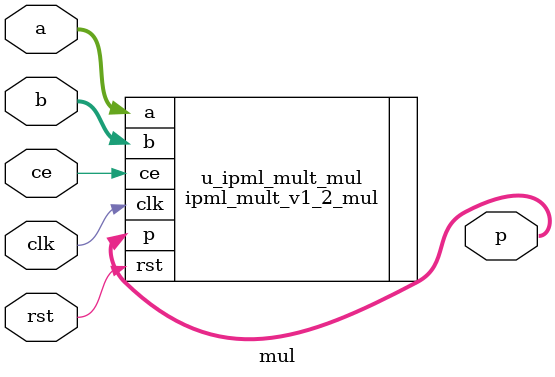
<source format=v>

module mul
(
     ce  ,
     rst ,
     clk ,
     a   ,
     b   ,
     p
);



localparam ASIZE = 16 ; //@IPC int 2,72

localparam BSIZE = 16 ; //@IPC int 2,72

localparam A_SIGNED = 1 ; //@IPC enum 0,1

localparam B_SIGNED = 1 ; //@IPC enum 0,1

localparam ASYNC_RST = 1 ; //@IPC enum 0,1

localparam OPTIMAL_TIMING = 0 ; //@IPC enum 0,1

localparam INREG_EN = 0 ; //@IPC enum 0,1

localparam PIPEREG_EN_1 = 1 ; //@IPC enum 0,1

localparam PIPEREG_EN_2 = 1 ; //@IPC enum 0,1

localparam PIPEREG_EN_3 = 1 ; //@IPC enum 0,1

localparam OUTREG_EN = 0 ; //@IPC enum 0,1

//tmp variable for ipc purpose

localparam PIPE_STATUS = 3 ; //@IPC enum 0,1,2,3,4,5

localparam ASYNC_RST_BOOL = 1 ; //@IPC bool

localparam OPTIMAL_TIMING_BOOL = 0 ; //@IPC bool

//end of tmp variable
localparam  GRS_EN       = "FALSE"         ;

localparam  PSIZE = ASIZE + BSIZE          ;

input                 ce  ;
input                 rst ;
input                 clk ;
input  [ASIZE-1:0]    a   ;
input  [BSIZE-1:0]    b   ;
output [PSIZE-1:0]    p   ;

ipml_mult_v1_2_mul
    #(
    .ASIZE           ( ASIZE            ),
    .BSIZE           ( BSIZE            ),
    .OPTIMAL_TIMING  ( OPTIMAL_TIMING   ),
    .INREG_EN        ( INREG_EN         ),
    .PIPEREG_EN_1    ( PIPEREG_EN_1     ),
    .PIPEREG_EN_2    ( PIPEREG_EN_2     ),
    .PIPEREG_EN_3    ( PIPEREG_EN_3     ),
    .OUTREG_EN       ( OUTREG_EN        ),
    .GRS_EN          ( GRS_EN           ),
    .A_SIGNED        ( A_SIGNED         ),
    .B_SIGNED        ( B_SIGNED         ),
    .ASYNC_RST       ( ASYNC_RST        )
    )u_ipml_mult_mul
    (
    .ce              ( ce     ),
    .rst             ( rst    ),
    .clk             ( clk    ),
    .a               ( a      ),
    .b               ( b      ),
    .p               ( p      )
    );

endmodule


</source>
